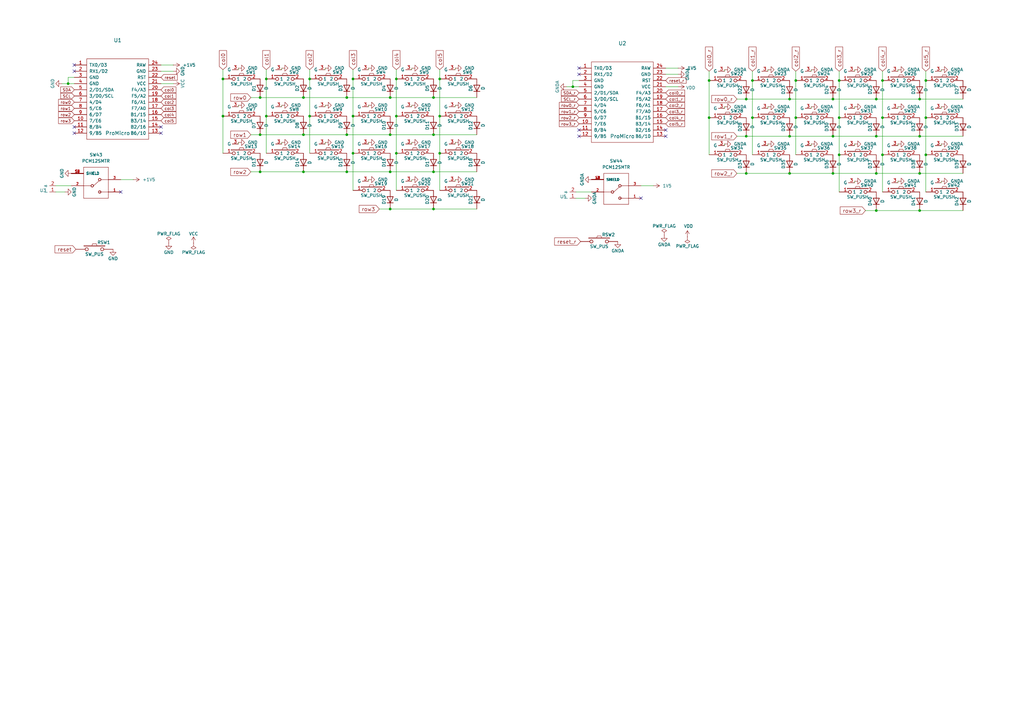
<source format=kicad_sch>
(kicad_sch (version 20250114) (generator "eeschema") (generator_version "9.0")
  (paper "A3")
  (title_block (title "Corne Cherry") (date "2020-09-28") (rev "3.0.1") (company "foostan"))
  (lib_symbols
    (symbol "1_sh1122:BAT"
      (property "Reference" "U" (at 0 0 0))
      (symbol "BAT_1_1"
        (pin input line (at 0 -1.27 0) (length 2.54) (name "-") (number "1"))
        (pin input line (at 0 -3.81 0) (length 2.54) (name "+") (number "2"))
      )
    )
    (symbol "1_sh1122:sw"
      (symbol "sw_0_1"
        (pin passive inverted (at -7.62 0 0) (length 5.08) (name "1") (number "1"))
        (pin passive inverted (at 7.62 0 180) (length 5.08) (name "2") (number "2"))
      )
      (symbol "sw_1_1"
        (pin passive line (at -1.27 3.81 180) (length 2.54) (name "G") (number "3"))
      )
    )
    (symbol "Device:D" (pin_numbers (hide yes)) (pin_names (offset 1.016) (hide yes))
      (property "Reference" "D" (at 0 2.54 0))
      (property "Value" "D" (at 0 -2.54 0))
      (symbol "D_1_1"
        (pin passive line (at -3.81 0 0) (length 2.54) (name "K") (number "1"))
        (pin passive line (at 3.81 0 180) (length 2.54) (name "A") (number "2"))
      )
    )
    (symbol "GND_1" (power) (pin_numbers (hide yes)) (pin_names (offset 0) (hide yes))
      (property "Value" "GND" (at 0 -3.81 0))
      (symbol "GND_1_1_1"
        (pin power_in line (at 0 0 270) (length 0) (name "~") (number "1"))
      )
    )
    (symbol "PCM12SMTR:PCM12SMTR" (pin_names (offset 1.016))
      (property "Reference" "SW" (at -5.0844 5.3386 0))
      (property "Value" "PCM12SMTR" (at -5.1814 -9.6619 0))
      (symbol "PCM12SMTR_0_0"
        (pin passive line (at -10.16 2.54 0) (length 5.08) (name "~") (number "1"))
        (pin passive line (at -10.16 -2.54 0) (length 5.08) (name "~") (number "3"))
        (pin passive line (at 10.16 0 180) (length 5.08) (name "~") (number "2"))
        (pin passive line (at 10.16 -5.08 180) (length 5.08) (name "SHIELD") (number "S1"))
        (pin passive line (at 10.16 -5.08 180) (length 5.08) (name "SHIELD") (number "S2"))
        (pin passive line (at 10.16 -5.08 180) (length 5.08) (name "SHIELD") (number "S3"))
        (pin passive line (at 10.16 -5.08 180) (length 5.08) (name "SHIELD") (number "S4"))
      )
    )
    (symbol "kbd:ProMicro" (pin_names (offset 1.016))
      (property "Reference" "U" (at 0 19.05 0))
      (property "Value" "ProMicro" (at 0 -19.05 0))
      (symbol "ProMicro_1_1"
        (pin bidirectional line (at -17.78 13.97 0) (length 5.08) (name "TX0/D3") (number "1"))
        (pin bidirectional line (at -17.78 11.43 0) (length 5.08) (name "RX1/D2") (number "2"))
        (pin power_in line (at -17.78 8.89 0) (length 5.08) (name "GND") (number "3"))
        (pin power_in line (at -17.78 6.35 0) (length 5.08) (name "GND") (number "4"))
        (pin bidirectional line (at -17.78 3.81 0) (length 5.08) (name "2/D1/SDA") (number "5"))
        (pin bidirectional line (at -17.78 1.27 0) (length 5.08) (name "3/D0/SCL") (number "6"))
        (pin bidirectional line (at -17.78 -1.27 0) (length 5.08) (name "4/D4") (number "7"))
        (pin bidirectional line (at -17.78 -3.81 0) (length 5.08) (name "5/C6") (number "8"))
        (pin bidirectional line (at -17.78 -6.35 0) (length 5.08) (name "6/D7") (number "9"))
        (pin bidirectional line (at -17.78 -8.89 0) (length 5.08) (name "7/E6") (number "10"))
        (pin bidirectional line (at -17.78 -11.43 0) (length 5.08) (name "8/B4") (number "11"))
        (pin bidirectional line (at -17.78 -13.97 0) (length 5.08) (name "9/B5") (number "12"))
        (pin power_out line (at 17.78 13.97 180) (length 5.08) (name "RAW") (number "24"))
        (pin power_in line (at 17.78 11.43 180) (length 5.08) (name "GND") (number "23"))
        (pin input line (at 17.78 8.89 180) (length 5.08) (name "RST") (number "22"))
        (pin power_in line (at 17.78 6.35 180) (length 5.08) (name "VCC") (number "21"))
        (pin bidirectional line (at 17.78 3.81 180) (length 5.08) (name "F4/A3") (number "20"))
        (pin bidirectional line (at 17.78 1.27 180) (length 5.08) (name "F5/A2") (number "19"))
        (pin bidirectional line (at 17.78 -1.27 180) (length 5.08) (name "F6/A1") (number "18"))
        (pin bidirectional line (at 17.78 -3.81 180) (length 5.08) (name "F7/A0") (number "17"))
        (pin bidirectional line (at 17.78 -6.35 180) (length 5.08) (name "B1/15") (number "16"))
        (pin bidirectional line (at 17.78 -8.89 180) (length 5.08) (name "B3/14") (number "15"))
        (pin bidirectional line (at 17.78 -11.43 180) (length 5.08) (name "B2/16") (number "14"))
        (pin bidirectional line (at 17.78 -13.97 180) (length 5.08) (name "B6/10") (number "13"))
      )
    )
    (symbol "kbd:SW_PUSH" (pin_numbers (hide yes)) (pin_names (offset 1.016) (hide yes))
      (property "Reference" "SW" (at 3.81 2.794 0))
      (property "Value" "SW_PUSH" (at 0 -2.032 0))
      (symbol "SW_PUSH_0_1"
        (pin passive inverted (at -7.62 0 0) (length 5.08) (name "1") (number "1"))
        (pin passive inverted (at 7.62 0 180) (length 5.08) (name "2") (number "2"))
      )
    )
    (symbol "power:+1V5" (power) (pin_numbers (hide yes)) (pin_names (offset 0) (hide yes))
      (property "Value" "+1V5" (at 0 3.556 0))
      (symbol "+1V5_1_1"
        (pin power_in line (at 0 0 90) (length 0) (name "~") (number "1"))
      )
    )
    (symbol "power:GND" (power) (pin_names (offset 0))
      (property "Value" "GND" (at 0 -3.81 0))
      (symbol "GND_1_1"
        (pin power_in line (at 0 0 270) (length 0) (hide yes) (name "GND") (number "1"))
      )
    )
    (symbol "power:GNDA" (power) (pin_names (offset 0))
      (property "Value" "GNDA" (at 0 -3.81 0))
      (symbol "GNDA_1_1"
        (pin power_in line (at 0 0 270) (length 0) (hide yes) (name "GNDA") (number "1"))
      )
    )
    (symbol "power:PWR_FLAG" (power) (pin_numbers (hide yes)) (pin_names (offset 0) (hide yes))
      (property "Value" "PWR_FLAG" (at 0 3.81 0))
      (symbol "PWR_FLAG_0_0"
        (pin power_out line (at 0 0 90) (length 0) (name "pwr") (number "1"))
      )
    )
    (symbol "power:VCC" (power) (pin_names (offset 0))
      (property "Value" "VCC" (at 0 3.81 0))
      (symbol "VCC_1_1"
        (pin power_in line (at 0 0 90) (length 0) (hide yes) (name "VCC") (number "1"))
      )
    )
    (symbol "power:VDD" (power) (pin_names (offset 0))
      (property "Value" "VDD" (at 0 3.81 0))
      (symbol "VDD_1_1"
        (pin power_in line (at 0 0 90) (length 0) (hide yes) (name "VDD") (number "1"))
      )
    )
  )
  (junction (at 142.24 40.005))
  (junction (at 127 47.625))
  (junction (at 359.41 55.88))
  (junction (at 160.02 70.485))
  (junction (at 341.63 71.12))
  (junction (at 306.07 71.12))
  (junction (at 162.56 62.865))
  (junction (at 306.07 40.64))
  (junction (at 377.19 55.88))
  (junction (at 177.8 55.245))
  (junction (at 177.8 40.005))
  (junction (at 27.94 34.29))
  (junction (at 326.39 48.26))
  (junction (at 379.73 63.5))
  (junction (at 290.83 33.02))
  (junction (at 308.61 48.26))
  (junction (at 142.24 70.485))
  (junction (at 177.8 70.485))
  (junction (at 377.19 40.64))
  (junction (at 109.22 47.625))
  (junction (at 344.17 33.02))
  (junction (at 323.85 71.12))
  (junction (at 160.02 40.005))
  (junction (at 290.83 48.26))
  (junction (at 234.95 35.56))
  (junction (at 180.34 32.385))
  (junction (at 106.68 70.485))
  (junction (at 359.41 71.12))
  (junction (at 344.17 63.5))
  (junction (at 308.61 33.02))
  (junction (at 160.02 85.725))
  (junction (at 359.41 86.36))
  (junction (at 160.02 55.245))
  (junction (at 361.95 63.5))
  (junction (at 144.78 47.625))
  (junction (at 144.78 32.385))
  (junction (at 106.68 55.245))
  (junction (at 377.19 86.36))
  (junction (at 106.68 40.005))
  (junction (at 323.85 40.64))
  (junction (at 144.78 62.865))
  (junction (at 162.56 32.385))
  (junction (at 323.85 55.88))
  (junction (at 361.95 48.26))
  (junction (at 180.34 47.625))
  (junction (at 109.22 32.385))
  (junction (at 127 32.385))
  (junction (at 91.44 47.625))
  (junction (at 177.8 85.725))
  (junction (at 124.46 55.245))
  (junction (at 341.63 55.88))
  (junction (at 341.63 40.64))
  (junction (at 379.73 33.02))
  (junction (at 377.19 71.12))
  (junction (at 361.95 33.02))
  (junction (at 91.44 32.385))
  (junction (at 306.07 55.88))
  (junction (at 142.24 55.245))
  (junction (at 344.17 48.26))
  (junction (at 326.39 33.02))
  (junction (at 162.56 47.625))
  (junction (at 124.46 70.485))
  (junction (at 180.34 62.865))
  (junction (at 124.46 40.005))
  (junction (at 359.41 40.64))
  (junction (at 379.73 48.26))
  (no_connect (at 66.04 54.61))
  (no_connect (at 66.04 52.07))
  (no_connect (at 237.49 55.88))
  (no_connect (at 30.48 29.21))
  (no_connect (at 30.48 26.67))
  (no_connect (at 237.49 53.34))
  (no_connect (at 273.05 53.34))
  (no_connect (at 262.89 81.28))
  (no_connect (at 237.49 27.94))
  (no_connect (at 49.53 78.74))
  (no_connect (at 30.48 54.61))
  (no_connect (at 237.49 30.48))
  (no_connect (at 30.48 52.07))
  (no_connect (at 273.05 55.88))
  (wire (pts (xy 368.3 74.295) (xy 368.3 74.93)))
  (wire (pts (xy 308.61 48.26) (xy 308.61 63.5)))
  (wire (pts (xy 91.44 28.575) (xy 91.44 32.385)))
  (wire (pts (xy 290.83 29.21) (xy 290.83 33.02)))
  (wire (pts (xy 106.68 40.005) (xy 124.46 40.005)))
  (wire (pts (xy 177.8 55.245) (xy 195.58 55.245)))
  (wire (pts (xy 297.18 28.575) (xy 297.18 29.21)))
  (wire (pts (xy 133.35 58.42) (xy 133.35 59.055)))
  (wire (pts (xy 168.91 73.66) (xy 168.91 74.295)))
  (wire (pts (xy 91.44 32.385) (xy 91.44 47.625)))
  (wire (pts (xy 306.07 71.12) (xy 323.85 71.12)))
  (wire (pts (xy 97.79 27.94) (xy 97.79 28.575)))
  (wire (pts (xy 162.56 62.865) (xy 162.56 78.105)))
  (wire (pts (xy 162.56 32.385) (xy 162.56 47.625)))
  (wire (pts (xy 386.08 28.575) (xy 386.08 29.21)))
  (wire (pts (xy 306.07 55.88) (xy 323.85 55.88)))
  (wire (pts (xy 377.19 55.88) (xy 394.97 55.88)))
  (wire (pts (xy 177.8 85.725) (xy 195.58 85.725)))
  (wire (pts (xy 314.96 28.575) (xy 314.96 29.21)))
  (wire (pts (xy 350.52 43.815) (xy 350.52 44.45)))
  (wire (pts (xy 124.46 70.485) (xy 142.24 70.485)))
  (wire (pts (xy 106.68 70.485) (xy 124.46 70.485)))
  (wire (pts (xy 377.19 86.36) (xy 394.97 86.36)))
  (wire (pts (xy 379.73 63.5) (xy 379.73 78.74)))
  (wire (pts (xy 332.74 43.815) (xy 332.74 44.45)))
  (wire (pts (xy 144.78 62.865) (xy 144.78 78.105)))
  (wire (pts (xy 133.35 43.18) (xy 133.35 43.815)))
  (wire (pts (xy 30.48 31.75) (xy 27.94 31.75)))
  (wire (pts (xy 22.86 78.74) (xy 26.67 78.74)))
  (wire (pts (xy 168.91 58.42) (xy 168.91 59.055)))
  (wire (pts (xy 151.13 43.18) (xy 151.13 43.815)))
  (wire (pts (xy 297.18 59.055) (xy 297.18 59.69)))
  (wire (pts (xy 326.39 29.21) (xy 326.39 33.02)))
  (wire (pts (xy 377.19 40.64) (xy 394.97 40.64)))
  (wire (pts (xy 127 32.385) (xy 127 47.625)))
  (wire (pts (xy 102.87 40.005) (xy 106.68 40.005)))
  (wire (pts (xy 177.8 70.485) (xy 195.58 70.485)))
  (wire (pts (xy 151.13 58.42) (xy 151.13 59.055)))
  (wire (pts (xy 25.4 34.29) (xy 27.94 34.29)))
  (wire (pts (xy 124.46 55.245) (xy 142.24 55.245)))
  (wire (pts (xy 180.34 47.625) (xy 180.34 62.865)))
  (wire (pts (xy 237.49 33.02) (xy 234.95 33.02)))
  (wire (pts (xy 332.74 59.055) (xy 332.74 59.69)))
  (wire (pts (xy 386.08 74.295) (xy 386.08 74.93)))
  (wire (pts (xy 97.79 43.18) (xy 97.79 43.815)))
  (wire (pts (xy 66.04 29.21) (xy 71.12 29.21)))
  (wire (pts (xy 27.94 31.75) (xy 27.94 34.29)))
  (wire (pts (xy 302.26 55.88) (xy 306.07 55.88)))
  (wire (pts (xy 341.63 40.64) (xy 359.41 40.64)))
  (wire (pts (xy 91.44 47.625) (xy 91.44 62.865)))
  (wire (pts (xy 359.41 71.12) (xy 377.19 71.12)))
  (wire (pts (xy 302.26 40.64) (xy 306.07 40.64)))
  (wire (pts (xy 144.78 28.575) (xy 144.78 32.385)))
  (wire (pts (xy 186.69 27.94) (xy 186.69 28.575)))
  (wire (pts (xy 361.95 33.02) (xy 361.95 48.26)))
  (wire (pts (xy 155.575 85.725) (xy 160.02 85.725)))
  (wire (pts (xy 109.22 47.625) (xy 109.22 62.865)))
  (wire (pts (xy 124.46 40.005) (xy 142.24 40.005)))
  (wire (pts (xy 160.02 40.005) (xy 177.8 40.005)))
  (wire (pts (xy 273.05 30.48) (xy 278.13 30.48)))
  (wire (pts (xy 186.69 58.42) (xy 186.69 59.055)))
  (wire (pts (xy 344.17 29.21) (xy 344.17 33.02)))
  (wire (pts (xy 290.83 33.02) (xy 290.83 48.26)))
  (wire (pts (xy 368.3 43.815) (xy 368.3 44.45)))
  (wire (pts (xy 326.39 48.26) (xy 326.39 63.5)))
  (wire (pts (xy 168.91 27.94) (xy 168.91 28.575)))
  (wire (pts (xy 306.07 40.64) (xy 323.85 40.64)))
  (wire (pts (xy 308.61 29.21) (xy 308.61 33.02)))
  (wire (pts (xy 314.96 43.815) (xy 314.96 44.45)))
  (wire (pts (xy 350.52 59.055) (xy 350.52 59.69)))
  (wire (pts (xy 386.08 43.815) (xy 386.08 44.45)))
  (wire (pts (xy 344.17 63.5) (xy 344.17 78.74)))
  (wire (pts (xy 186.69 43.18) (xy 186.69 43.815)))
  (wire (pts (xy 273.05 27.94) (xy 278.13 27.94)))
  (wire (pts (xy 160.02 85.725) (xy 177.8 85.725)))
  (wire (pts (xy 115.57 58.42) (xy 115.57 59.055)))
  (wire (pts (xy 323.85 71.12) (xy 341.63 71.12)))
  (wire (pts (xy 177.8 40.005) (xy 195.58 40.005)))
  (wire (pts (xy 144.78 32.385) (xy 144.78 47.625)))
  (wire (pts (xy 359.41 55.88) (xy 377.19 55.88)))
  (wire (pts (xy 106.68 55.245) (xy 124.46 55.245)))
  (wire (pts (xy 151.13 73.66) (xy 151.13 74.295)))
  (wire (pts (xy 236.22 78.74) (xy 242.57 78.74)))
  (wire (pts (xy 97.79 58.42) (xy 97.79 59.055)))
  (wire (pts (xy 314.96 59.055) (xy 314.96 59.69)))
  (wire (pts (xy 368.3 28.575) (xy 368.3 29.21)))
  (wire (pts (xy 308.61 33.02) (xy 308.61 48.26)))
  (wire (pts (xy 361.95 63.5) (xy 361.95 78.74)))
  (wire (pts (xy 109.22 32.385) (xy 109.22 47.625)))
  (wire (pts (xy 359.41 40.64) (xy 377.19 40.64)))
  (wire (pts (xy 368.3 59.055) (xy 368.3 59.69)))
  (wire (pts (xy 168.91 43.18) (xy 168.91 43.815)))
  (wire (pts (xy 115.57 43.18) (xy 115.57 43.815)))
  (wire (pts (xy 151.13 27.94) (xy 151.13 28.575)))
  (wire (pts (xy 109.22 28.575) (xy 109.22 32.385)))
  (wire (pts (xy 379.73 29.21) (xy 379.73 33.02)))
  (wire (pts (xy 236.22 81.28) (xy 240.03 81.28)))
  (wire (pts (xy 359.41 86.36) (xy 377.19 86.36)))
  (wire (pts (xy 341.63 55.88) (xy 359.41 55.88)))
  (wire (pts (xy 234.95 35.56) (xy 237.49 35.56)))
  (wire (pts (xy 127 47.625) (xy 127 62.865)))
  (wire (pts (xy 66.04 26.67) (xy 71.12 26.67)))
  (wire (pts (xy 142.24 40.005) (xy 160.02 40.005)))
  (wire (pts (xy 344.17 48.26) (xy 344.17 63.5)))
  (wire (pts (xy 379.73 48.26) (xy 379.73 63.5)))
  (wire (pts (xy 273.05 35.56) (xy 278.13 35.56)))
  (wire (pts (xy 344.17 33.02) (xy 344.17 48.26)))
  (wire (pts (xy 66.04 34.29) (xy 71.12 34.29)))
  (wire (pts (xy 144.78 47.625) (xy 144.78 62.865)))
  (wire (pts (xy 323.85 55.88) (xy 341.63 55.88)))
  (wire (pts (xy 341.63 71.12) (xy 359.41 71.12)))
  (wire (pts (xy 186.69 73.66) (xy 186.69 74.295)))
  (wire (pts (xy 162.56 28.575) (xy 162.56 32.385)))
  (wire (pts (xy 102.87 70.485) (xy 106.68 70.485)))
  (wire (pts (xy 379.73 33.02) (xy 379.73 48.26)))
  (wire (pts (xy 302.26 71.12) (xy 306.07 71.12)))
  (wire (pts (xy 160.02 70.485) (xy 177.8 70.485)))
  (wire (pts (xy 361.95 48.26) (xy 361.95 63.5)))
  (wire (pts (xy 133.35 27.94) (xy 133.35 28.575)))
  (wire (pts (xy 142.24 70.485) (xy 160.02 70.485)))
  (wire (pts (xy 377.19 71.12) (xy 394.97 71.12)))
  (wire (pts (xy 102.87 55.245) (xy 106.68 55.245)))
  (wire (pts (xy 361.95 29.21) (xy 361.95 33.02)))
  (wire (pts (xy 350.52 74.295) (xy 350.52 74.93)))
  (wire (pts (xy 232.41 35.56) (xy 234.95 35.56)))
  (wire (pts (xy 127 28.575) (xy 127 32.385)))
  (wire (pts (xy 332.74 28.575) (xy 332.74 29.21)))
  (wire (pts (xy 354.965 86.36) (xy 359.41 86.36)))
  (wire (pts (xy 386.08 59.055) (xy 386.08 59.69)))
  (wire (pts (xy 115.57 27.94) (xy 115.57 28.575)))
  (wire (pts (xy 180.34 32.385) (xy 180.34 47.625)))
  (wire (pts (xy 162.56 47.625) (xy 162.56 62.865)))
  (wire (pts (xy 49.53 73.66) (xy 54.61 73.66)))
  (wire (pts (xy 326.39 33.02) (xy 326.39 48.26)))
  (wire (pts (xy 262.89 76.2) (xy 267.97 76.2)))
  (wire (pts (xy 27.94 34.29) (xy 30.48 34.29)))
  (wire (pts (xy 350.52 28.575) (xy 350.52 29.21)))
  (wire (pts (xy 142.24 55.245) (xy 160.02 55.245)))
  (wire (pts (xy 290.83 48.26) (xy 290.83 63.5)))
  (wire (pts (xy 160.02 55.245) (xy 177.8 55.245)))
  (wire (pts (xy 180.34 62.865) (xy 180.34 78.105)))
  (wire (pts (xy 297.18 43.815) (xy 297.18 44.45)))
  (wire (pts (xy 22.86 76.2) (xy 29.21 76.2)))
  (wire (pts (xy 323.85 40.64) (xy 341.63 40.64)))
  (wire (pts (xy 234.95 33.02) (xy 234.95 35.56)))
  (wire (pts (xy 180.34 28.575) (xy 180.34 32.385)))
  (global_label "col4" (shape input) (at 66.04 46.99 0) (effects (font (size 1.1938 1.1938))) (property "Intersheetrefs" "${INTERSHEET_REFS}" (effects (hide yes))))
  (global_label "row3_r" (shape input) (at 354.965 86.36 180) (effects (font (size 1.524 1.524))) (property "Intersheetrefs" "${INTERSHEET_REFS}" (effects (hide yes))))
  (global_label "col5_r" (shape input) (at 273.05 50.8 0) (effects (font (size 1.1938 1.1938))) (property "Intersheetrefs" "${INTERSHEET_REFS}" (effects (hide yes))))
  (global_label "col0" (shape input) (at 91.44 28.575 90) (effects (font (size 1.524 1.524))) (property "Intersheetrefs" "${INTERSHEET_REFS}" (effects (hide yes))))
  (global_label "reset" (shape input) (at 31.115 102.235 180) (effects (font (size 1.524 1.524))) (property "Intersheetrefs" "${INTERSHEET_REFS}" (effects (hide yes))))
  (global_label "col1" (shape input) (at 109.22 28.575 90) (effects (font (size 1.524 1.524))) (property "Intersheetrefs" "${INTERSHEET_REFS}" (effects (hide yes))))
  (global_label "row0" (shape input) (at 102.87 40.005 180) (effects (font (size 1.524 1.524))) (property "Intersheetrefs" "${INTERSHEET_REFS}" (effects (hide yes))))
  (global_label "col2_r" (shape input) (at 273.05 43.18 0) (effects (font (size 1.1938 1.1938))) (property "Intersheetrefs" "${INTERSHEET_REFS}" (effects (hide yes))))
  (global_label "row1_r" (shape input) (at 302.26 55.88 180) (effects (font (size 1.524 1.524))) (property "Intersheetrefs" "${INTERSHEET_REFS}" (effects (hide yes))))
  (global_label "col5" (shape input) (at 66.04 49.53 0) (effects (font (size 1.1938 1.1938))) (property "Intersheetrefs" "${INTERSHEET_REFS}" (effects (hide yes))))
  (global_label "col3" (shape input) (at 66.04 44.45 0) (effects (font (size 1.1938 1.1938))) (property "Intersheetrefs" "${INTERSHEET_REFS}" (effects (hide yes))))
  (global_label "row2" (shape input) (at 102.87 70.485 180) (effects (font (size 1.524 1.524))) (property "Intersheetrefs" "${INTERSHEET_REFS}" (effects (hide yes))))
  (global_label "col1" (shape input) (at 66.04 39.37 0) (effects (font (size 1.1938 1.1938))) (property "Intersheetrefs" "${INTERSHEET_REFS}" (effects (hide yes))))
  (global_label "row1" (shape input) (at 102.87 55.245 180) (effects (font (size 1.524 1.524))) (property "Intersheetrefs" "${INTERSHEET_REFS}" (effects (hide yes))))
  (global_label "col3_r" (shape input) (at 273.05 45.72 0) (effects (font (size 1.1938 1.1938))) (property "Intersheetrefs" "${INTERSHEET_REFS}" (effects (hide yes))))
  (global_label "reset" (shape input) (at 66.04 31.75 0) (effects (font (size 1.1938 1.1938))) (property "Intersheetrefs" "${INTERSHEET_REFS}" (effects (hide yes))))
  (global_label "col2" (shape input) (at 127 28.575 90) (effects (font (size 1.524 1.524))) (property "Intersheetrefs" "${INTERSHEET_REFS}" (effects (hide yes))))
  (global_label "SCL_r" (shape input) (at 237.49 40.64 180) (effects (font (size 1.1938 1.1938))) (property "Intersheetrefs" "${INTERSHEET_REFS}" (effects (hide yes))))
  (global_label "row1_r" (shape input) (at 237.49 45.72 180) (effects (font (size 1.1938 1.1938))) (property "Intersheetrefs" "${INTERSHEET_REFS}" (effects (hide yes))))
  (global_label "row1" (shape input) (at 30.48 44.45 180) (effects (font (size 1.1938 1.1938))) (property "Intersheetrefs" "${INTERSHEET_REFS}" (effects (hide yes))))
  (global_label "col0_r" (shape input) (at 290.83 29.21 90) (effects (font (size 1.524 1.524))) (property "Intersheetrefs" "${INTERSHEET_REFS}" (effects (hide yes))))
  (global_label "row0_r" (shape input) (at 302.26 40.64 180) (effects (font (size 1.524 1.524))) (property "Intersheetrefs" "${INTERSHEET_REFS}" (effects (hide yes))))
  (global_label "row2" (shape input) (at 30.48 46.99 180) (effects (font (size 1.1938 1.1938))) (property "Intersheetrefs" "${INTERSHEET_REFS}" (effects (hide yes))))
  (global_label "row0" (shape input) (at 30.48 41.91 180) (effects (font (size 1.1938 1.1938))) (property "Intersheetrefs" "${INTERSHEET_REFS}" (effects (hide yes))))
  (global_label "col4_r" (shape input) (at 273.05 48.26 0) (effects (font (size 1.1938 1.1938))) (property "Intersheetrefs" "${INTERSHEET_REFS}" (effects (hide yes))))
  (global_label "col0_r" (shape input) (at 273.05 38.1 0) (effects (font (size 1.1938 1.1938))) (property "Intersheetrefs" "${INTERSHEET_REFS}" (effects (hide yes))))
  (global_label "col5_r" (shape input) (at 379.73 29.21 90) (effects (font (size 1.524 1.524))) (property "Intersheetrefs" "${INTERSHEET_REFS}" (effects (hide yes))))
  (global_label "col5" (shape input) (at 180.34 28.575 90) (effects (font (size 1.524 1.524))) (property "Intersheetrefs" "${INTERSHEET_REFS}" (effects (hide yes))))
  (global_label "SCL" (shape input) (at 30.48 39.37 180) (effects (font (size 1.1938 1.1938))) (property "Intersheetrefs" "${INTERSHEET_REFS}" (effects (hide yes))))
  (global_label "reset_r" (shape input) (at 238.125 99.06 180) (effects (font (size 1.524 1.524))) (property "Intersheetrefs" "${INTERSHEET_REFS}" (effects (hide yes))))
  (global_label "col1_r" (shape input) (at 273.05 40.64 0) (effects (font (size 1.1938 1.1938))) (property "Intersheetrefs" "${INTERSHEET_REFS}" (effects (hide yes))))
  (global_label "row3_r" (shape input) (at 237.49 50.8 180) (effects (font (size 1.1938 1.1938))) (property "Intersheetrefs" "${INTERSHEET_REFS}" (effects (hide yes))))
  (global_label "row3" (shape input) (at 155.575 85.725 180) (effects (font (size 1.524 1.524))) (property "Intersheetrefs" "${INTERSHEET_REFS}" (effects (hide yes))))
  (global_label "row0_r" (shape input) (at 237.49 43.18 180) (effects (font (size 1.1938 1.1938))) (property "Intersheetrefs" "${INTERSHEET_REFS}" (effects (hide yes))))
  (global_label "col4" (shape input) (at 162.56 28.575 90) (effects (font (size 1.524 1.524))) (property "Intersheetrefs" "${INTERSHEET_REFS}" (effects (hide yes))))
  (global_label "col4_r" (shape input) (at 361.95 29.21 90) (effects (font (size 1.524 1.524))) (property "Intersheetrefs" "${INTERSHEET_REFS}" (effects (hide yes))))
  (global_label "col1_r" (shape input) (at 308.61 29.21 90) (effects (font (size 1.524 1.524))) (property "Intersheetrefs" "${INTERSHEET_REFS}" (effects (hide yes))))
  (global_label "row2_r" (shape input) (at 302.26 71.12 180) (effects (font (size 1.524 1.524))) (property "Intersheetrefs" "${INTERSHEET_REFS}" (effects (hide yes))))
  (global_label "SDA_r" (shape input) (at 237.49 38.1 180) (effects (font (size 1.1938 1.1938))) (property "Intersheetrefs" "${INTERSHEET_REFS}" (effects (hide yes))))
  (global_label "col2" (shape input) (at 66.04 41.91 0) (effects (font (size 1.1938 1.1938))) (property "Intersheetrefs" "${INTERSHEET_REFS}" (effects (hide yes))))
  (global_label "SDA" (shape input) (at 30.48 36.83 180) (effects (font (size 1.1938 1.1938))) (property "Intersheetrefs" "${INTERSHEET_REFS}" (effects (hide yes))))
  (global_label "row2_r" (shape input) (at 237.49 48.26 180) (effects (font (size 1.1938 1.1938))) (property "Intersheetrefs" "${INTERSHEET_REFS}" (effects (hide yes))))
  (global_label "col2_r" (shape input) (at 326.39 29.21 90) (effects (font (size 1.524 1.524))) (property "Intersheetrefs" "${INTERSHEET_REFS}" (effects (hide yes))))
  (global_label "col0" (shape input) (at 66.04 36.83 0) (effects (font (size 1.1938 1.1938))) (property "Intersheetrefs" "${INTERSHEET_REFS}" (effects (hide yes))))
  (global_label "col3_r" (shape input) (at 344.17 29.21 90) (effects (font (size 1.524 1.524))) (property "Intersheetrefs" "${INTERSHEET_REFS}" (effects (hide yes))))
  (global_label "reset_r" (shape input) (at 273.05 33.02 0) (effects (font (size 1.1938 1.1938))) (property "Intersheetrefs" "${INTERSHEET_REFS}" (effects (hide yes))))
  (global_label "col3" (shape input) (at 144.78 28.575 90) (effects (font (size 1.524 1.524))) (property "Intersheetrefs" "${INTERSHEET_REFS}" (effects (hide yes))))
  (global_label "row3" (shape input) (at 30.48 49.53 180) (effects (font (size 1.1938 1.1938))) (property "Intersheetrefs" "${INTERSHEET_REFS}" (effects (hide yes))))
  (symbol (lib_id "kbd:ProMicro") (at 48.26 40.64 0) (unit 1)
    (property "Reference" "U1" (at 48.26 16.51 0) (effects (font (size 1.524 1.524))))
    (property "Value" "ProMicro" (at 48.26 54.61 0) (effects (font (size 1.524 1.524))))
    (property "Footprint" "kbd:ProMicro_v3" (effects (hide yes)))
  )
  (symbol (lib_id "1_sh1122:sw") (at 116.84 32.385 0) (unit 1)
    (property "Reference" "SW2" (at 120.65 29.591 0))
    (property "Value" "SW_PUSH" (at 116.84 34.417 0))
    (property "Footprint" "PG1316:CPG1316S01D02_kailhspecsheet_mikefive" (effects (hide yes)))
  )
  (symbol (lib_id "Device:D") (at 124.46 36.195 90) (unit 1)
    (property "Reference" "D2" (at 121.92 36.195 0))
    (property "Value" "D" (at 127 36.195 0))
    (property "Footprint" "kbd:D3_SMD_v2" (effects (hide yes)))
  )
  (symbol (lib_id "1_sh1122:sw") (at 134.62 32.385 0) (unit 1)
    (property "Reference" "SW3" (at 138.43 29.591 0))
    (property "Value" "SW_PUSH" (at 134.62 34.417 0))
    (property "Footprint" "PG1316:CPG1316S01D02_kailhspecsheet_mikefive" (effects (hide yes)))
  )
  (symbol (lib_id "Device:D") (at 142.24 36.195 90) (unit 1)
    (property "Reference" "D3" (at 139.7 36.195 0))
    (property "Value" "D" (at 144.78 36.195 0))
    (property "Footprint" "kbd:D3_SMD_v2" (effects (hide yes)))
  )
  (symbol (lib_id "1_sh1122:sw") (at 152.4 32.385 0) (unit 1)
    (property "Reference" "SW4" (at 156.21 29.591 0))
    (property "Value" "SW_PUSH" (at 152.4 34.417 0))
    (property "Footprint" "PG1316:CPG1316S01D02_kailhspecsheet_mikefive" (effects (hide yes)))
  )
  (symbol (lib_id "1_sh1122:sw") (at 170.18 32.385 0) (unit 1)
    (property "Reference" "SW5" (at 173.99 29.591 0))
    (property "Value" "SW_PUSH" (at 170.18 34.417 0))
    (property "Footprint" "PG1316:CPG1316S01D02_kailhspecsheet_mikefive" (effects (hide yes)))
  )
  (symbol (lib_id "1_sh1122:sw") (at 187.96 32.385 0) (unit 1)
    (property "Reference" "SW6" (at 191.77 29.591 0))
    (property "Value" "SW_PUSH" (at 187.96 34.417 0))
    (property "Footprint" "PG1316:CPG1316S01D02_kailhspecsheet_mikefive" (effects (hide yes)))
  )
  (symbol (lib_id "Device:D") (at 160.02 36.195 90) (unit 1)
    (property "Reference" "D4" (at 157.48 36.195 0))
    (property "Value" "D" (at 162.56 36.195 0))
    (property "Footprint" "kbd:D3_SMD_v2" (effects (hide yes)))
  )
  (symbol (lib_id "Device:D") (at 177.8 36.195 90) (unit 1)
    (property "Reference" "D5" (at 175.26 36.195 0))
    (property "Value" "D" (at 180.34 36.195 0))
    (property "Footprint" "kbd:D3_SMD_v2" (effects (hide yes)))
  )
  (symbol (lib_id "Device:D") (at 195.58 36.195 90) (unit 1)
    (property "Reference" "D6" (at 193.04 36.195 0))
    (property "Value" "D" (at 198.12 36.195 0))
    (property "Footprint" "kbd:D3_SMD_v2" (effects (hide yes)))
  )
  (symbol (lib_id "1_sh1122:sw") (at 99.06 32.385 0) (unit 1)
    (property "Reference" "SW1" (at 102.87 29.591 0))
    (property "Value" "SW_PUSH" (at 99.06 34.417 0))
    (property "Footprint" "PG1316:CPG1316S01D02_kailhspecsheet_mikefive" (effects (hide yes)))
  )
  (symbol (lib_id "Device:D") (at 106.68 36.195 90) (unit 1)
    (property "Reference" "D1" (at 104.14 36.195 0))
    (property "Value" "D" (at 109.22 36.195 0))
    (property "Footprint" "kbd:D3_SMD_v2" (effects (hide yes)))
  )
  (symbol (lib_id "1_sh1122:sw") (at 116.84 47.625 0) (unit 1)
    (property "Reference" "SW8" (at 120.65 44.831 0))
    (property "Value" "SW_PUSH" (at 116.84 49.657 0))
    (property "Footprint" "PG1316:CPG1316S01D02_kailhspecsheet_mikefive" (effects (hide yes)))
  )
  (symbol (lib_id "Device:D") (at 124.46 51.435 90) (unit 1)
    (property "Reference" "D8" (at 121.92 51.435 0))
    (property "Value" "D" (at 127 51.435 0))
    (property "Footprint" "kbd:D3_SMD_v2" (effects (hide yes)))
  )
  (symbol (lib_id "1_sh1122:sw") (at 134.62 47.625 0) (unit 1)
    (property "Reference" "SW9" (at 138.43 44.831 0))
    (property "Value" "SW_PUSH" (at 134.62 49.657 0))
    (property "Footprint" "PG1316:CPG1316S01D02_kailhspecsheet_mikefive" (effects (hide yes)))
  )
  (symbol (lib_id "Device:D") (at 142.24 51.435 90) (unit 1)
    (property "Reference" "D9" (at 139.7 51.435 0))
    (property "Value" "D" (at 144.78 51.435 0))
    (property "Footprint" "kbd:D3_SMD_v2" (effects (hide yes)))
  )
  (symbol (lib_id "1_sh1122:sw") (at 152.4 47.625 0) (unit 1)
    (property "Reference" "SW10" (at 156.21 44.831 0))
    (property "Value" "SW_PUSH" (at 152.4 49.657 0))
    (property "Footprint" "PG1316:CPG1316S01D02_kailhspecsheet_mikefive" (effects (hide yes)))
  )
  (symbol (lib_id "1_sh1122:sw") (at 170.18 47.625 0) (unit 1)
    (property "Reference" "SW11" (at 173.99 44.831 0))
    (property "Value" "SW_PUSH" (at 170.18 49.657 0))
    (property "Footprint" "PG1316:CPG1316S01D02_kailhspecsheet_mikefive" (effects (hide yes)))
  )
  (symbol (lib_id "1_sh1122:sw") (at 187.96 47.625 0) (unit 1)
    (property "Reference" "SW12" (at 191.77 44.831 0))
    (property "Value" "SW_PUSH" (at 187.96 49.657 0))
    (property "Footprint" "PG1316:CPG1316S01D02_kailhspecsheet_mikefive" (effects (hide yes)))
  )
  (symbol (lib_id "Device:D") (at 160.02 51.435 90) (unit 1)
    (property "Reference" "D10" (at 157.48 51.435 0))
    (property "Value" "D" (at 162.56 51.435 0))
    (property "Footprint" "kbd:D3_SMD_v2" (effects (hide yes)))
  )
  (symbol (lib_id "Device:D") (at 177.8 51.435 90) (unit 1)
    (property "Reference" "D11" (at 175.26 51.435 0))
    (property "Value" "D" (at 180.34 51.435 0))
    (property "Footprint" "kbd:D3_SMD_v2" (effects (hide yes)))
  )
  (symbol (lib_id "Device:D") (at 195.58 51.435 90) (unit 1)
    (property "Reference" "D12" (at 193.04 51.435 0))
    (property "Value" "D" (at 198.12 51.435 0))
    (property "Footprint" "kbd:D3_SMD_v2" (effects (hide yes)))
  )
  (symbol (lib_id "1_sh1122:sw") (at 99.06 47.625 0) (unit 1)
    (property "Reference" "SW7" (at 102.87 44.831 0))
    (property "Value" "SW_PUSH" (at 99.06 49.657 0))
    (property "Footprint" "PG1316:CPG1316S01D02_kailhspecsheet_mikefive" (effects (hide yes)))
  )
  (symbol (lib_id "Device:D") (at 106.68 51.435 90) (unit 1)
    (property "Reference" "D7" (at 104.14 51.435 0))
    (property "Value" "D" (at 109.22 51.435 0))
    (property "Footprint" "kbd:D3_SMD_v2" (effects (hide yes)))
  )
  (symbol (lib_id "1_sh1122:sw") (at 116.84 62.865 0) (unit 1)
    (property "Reference" "SW14" (at 120.65 60.071 0))
    (property "Value" "SW_PUSH" (at 116.84 64.897 0))
    (property "Footprint" "PG1316:CPG1316S01D02_kailhspecsheet_mikefive" (effects (hide yes)))
  )
  (symbol (lib_id "Device:D") (at 124.46 66.675 90) (unit 1)
    (property "Reference" "D14" (at 121.92 66.675 0))
    (property "Value" "D" (at 127 66.675 0))
    (property "Footprint" "kbd:D3_SMD_v2" (effects (hide yes)))
  )
  (symbol (lib_id "1_sh1122:sw") (at 134.62 62.865 0) (unit 1)
    (property "Reference" "SW15" (at 138.43 60.071 0))
    (property "Value" "SW_PUSH" (at 134.62 64.897 0))
    (property "Footprint" "PG1316:CPG1316S01D02_kailhspecsheet_mikefive" (effects (hide yes)))
  )
  (symbol (lib_id "Device:D") (at 142.24 66.675 90) (unit 1)
    (property "Reference" "D15" (at 139.7 66.675 0))
    (property "Value" "D" (at 144.78 66.675 0))
    (property "Footprint" "kbd:D3_SMD_v2" (effects (hide yes)))
  )
  (symbol (lib_id "1_sh1122:sw") (at 152.4 62.865 0) (unit 1)
    (property "Reference" "SW16" (at 156.21 60.071 0))
    (property "Value" "SW_PUSH" (at 152.4 64.897 0))
    (property "Footprint" "PG1316:CPG1316S01D02_kailhspecsheet_mikefive" (effects (hide yes)))
  )
  (symbol (lib_id "1_sh1122:sw") (at 170.18 62.865 0) (unit 1)
    (property "Reference" "SW17" (at 173.99 60.071 0))
    (property "Value" "SW_PUSH" (at 170.18 64.897 0))
    (property "Footprint" "PG1316:CPG1316S01D02_kailhspecsheet_mikefive" (effects (hide yes)))
  )
  (symbol (lib_id "1_sh1122:sw") (at 187.96 62.865 0) (unit 1)
    (property "Reference" "SW18" (at 191.77 60.071 0))
    (property "Value" "SW_PUSH" (at 187.96 64.897 0))
    (property "Footprint" "PG1316:CPG1316S01D02_kailhspecsheet_mikefive" (effects (hide yes)))
  )
  (symbol (lib_id "Device:D") (at 160.02 66.675 90) (unit 1)
    (property "Reference" "D16" (at 157.48 66.675 0))
    (property "Value" "D" (at 162.56 66.675 0))
    (property "Footprint" "kbd:D3_SMD_v2" (effects (hide yes)))
  )
  (symbol (lib_id "Device:D") (at 177.8 66.675 90) (unit 1)
    (property "Reference" "D17" (at 175.26 66.675 0))
    (property "Value" "D" (at 180.34 66.675 0))
    (property "Footprint" "kbd:D3_SMD_v2" (effects (hide yes)))
  )
  (symbol (lib_id "Device:D") (at 195.58 66.675 90) (unit 1)
    (property "Reference" "D18" (at 193.04 66.675 0))
    (property "Value" "D" (at 198.12 66.675 0))
    (property "Footprint" "kbd:D3_SMD_v2" (effects (hide yes)))
  )
  (symbol (lib_id "1_sh1122:sw") (at 99.06 62.865 0) (unit 1)
    (property "Reference" "SW13" (at 102.87 60.071 0))
    (property "Value" "SW_PUSH" (at 99.06 64.897 0))
    (property "Footprint" "PG1316:CPG1316S01D02_kailhspecsheet_mikefive" (effects (hide yes)))
  )
  (symbol (lib_id "Device:D") (at 106.68 66.675 90) (unit 1)
    (property "Reference" "D13" (at 104.14 66.675 0))
    (property "Value" "D" (at 109.22 66.675 0))
    (property "Footprint" "kbd:D3_SMD_v2" (effects (hide yes)))
  )
  (symbol (lib_id "1_sh1122:sw") (at 170.18 78.105 0) (unit 1)
    (property "Reference" "SW20" (at 173.99 75.311 0))
    (property "Value" "SW_PUSH" (at 170.18 80.137 0))
    (property "Footprint" "PG1316:CPG1316S01D02_kailhspecsheet_mikefive" (effects (hide yes)))
  )
  (symbol (lib_id "Device:D") (at 177.8 81.915 90) (unit 1)
    (property "Reference" "D20" (at 175.26 81.915 0))
    (property "Value" "D" (at 180.34 81.915 0))
    (property "Footprint" "kbd:D3_SMD_v2" (effects (hide yes)))
  )
  (symbol (lib_id "1_sh1122:sw") (at 187.96 78.105 0) (unit 1)
    (property "Reference" "SW21" (at 191.77 75.311 0))
    (property "Value" "SW_PUSH" (at 187.96 80.137 0))
    (property "Footprint" "PG1316:CPG1316S01D02_kailhspecsheet_mikefive" (effects (hide yes)))
  )
  (symbol (lib_id "Device:D") (at 195.58 81.915 90) (unit 1)
    (property "Reference" "D21" (at 193.04 81.915 0))
    (property "Value" "D" (at 198.12 81.915 0))
    (property "Footprint" "kbd:D3_SMD_v2" (effects (hide yes)))
  )
  (symbol (lib_id "1_sh1122:sw") (at 152.4 78.105 0) (unit 1)
    (property "Reference" "SW19" (at 156.21 75.311 0))
    (property "Value" "SW_PUSH" (at 152.4 80.137 0))
    (property "Footprint" "PG1316:CPG1316S01D02_kailhspecsheet_mikefive" (effects (hide yes)))
  )
  (symbol (lib_id "Device:D") (at 160.02 81.915 90) (unit 1)
    (property "Reference" "D19" (at 157.48 81.915 0))
    (property "Value" "D" (at 162.56 81.915 0))
    (property "Footprint" "kbd:D3_SMD_v2" (effects (hide yes)))
  )
  (symbol (lib_id "power:GND") (at 71.12 29.21 90) (unit 1)
    (property "Reference" "#PWR07" (effects (hide yes)))
    (property "Value" "GND" (at 74.93 29.21 0))
  )
  (symbol (lib_id "power:VCC") (at 71.12 34.29 270) (unit 1)
    (property "Reference" "#PWR09" (effects (hide yes)))
    (property "Value" "VCC" (at 74.93 34.29 0))
  )
  (symbol (lib_id "power:GND") (at 25.4 34.29 270) (unit 1)
    (property "Reference" "#PWR08" (effects (hide yes)))
    (property "Value" "GND" (at 21.59 34.29 0))
  )
  (symbol (lib_id "power:GND") (at 69.215 99.695 0) (unit 1)
    (property "Reference" "#PWR04" (effects (hide yes)))
    (property "Value" "GND" (at 69.215 103.505 0))
  )
  (symbol (lib_id "power:VCC") (at 79.375 99.695 0) (unit 1)
    (property "Reference" "#PWR05" (effects (hide yes)))
    (property "Value" "VCC" (at 79.375 95.885 0))
  )
  (symbol (lib_id "power:PWR_FLAG") (at 79.375 99.695 180) (unit 1)
    (property "Reference" "#FLG02" (effects (hide yes)))
    (property "Value" "PWR_FLAG" (at 79.375 103.505 0))
  )
  (symbol (lib_id "power:PWR_FLAG") (at 69.215 99.695 0) (unit 1)
    (property "Reference" "#FLG01" (effects (hide yes)))
    (property "Value" "PWR_FLAG" (at 69.215 95.885 0))
  )
  (symbol (lib_id "kbd:SW_PUSH") (at 38.735 102.235 0) (unit 1)
    (property "Reference" "RSW1" (at 42.545 99.441 0))
    (property "Value" "SW_PUS" (at 38.735 104.267 0))
    (property "Footprint" "kbd:ResetSW_1side" (effects (hide yes)))
  )
  (symbol (lib_id "power:GND") (at 46.355 102.235 0) (unit 1)
    (property "Reference" "#PWR06" (effects (hide yes)))
    (property "Value" "GND" (at 46.355 106.045 0))
  )
  (symbol (lib_id "kbd:ProMicro") (at 255.27 41.91 0) (unit 1)
    (property "Reference" "U2" (at 255.27 17.78 0) (effects (font (size 1.524 1.524))))
    (property "Value" "ProMicro" (at 255.27 55.88 0) (effects (font (size 1.524 1.524))))
    (property "Footprint" "kbd:ProMicro_v3" (effects (hide yes)))
  )
  (symbol (lib_id "1_sh1122:sw") (at 316.23 33.02 0) (unit 1)
    (property "Reference" "SW23" (at 320.04 30.226 0))
    (property "Value" "SW_PUSH" (at 316.23 35.052 0))
    (property "Footprint" "PG1316:CPG1316S01D02_kailhspecsheet_mikefive" (effects (hide yes)))
  )
  (symbol (lib_id "Device:D") (at 323.85 36.83 90) (unit 1)
    (property "Reference" "D23" (at 321.31 36.83 0))
    (property "Value" "D" (at 326.39 36.83 0))
    (property "Footprint" "kbd:D3_SMD_v2" (effects (hide yes)))
  )
  (symbol (lib_id "1_sh1122:sw") (at 334.01 33.02 0) (unit 1)
    (property "Reference" "SW24" (at 337.82 30.226 0))
    (property "Value" "SW_PUSH" (at 334.01 35.052 0))
    (property "Footprint" "PG1316:CPG1316S01D02_kailhspecsheet_mikefive" (effects (hide yes)))
  )
  (symbol (lib_id "Device:D") (at 341.63 36.83 90) (unit 1)
    (property "Reference" "D24" (at 339.09 36.83 0))
    (property "Value" "D" (at 344.17 36.83 0))
    (property "Footprint" "kbd:D3_SMD_v2" (effects (hide yes)))
  )
  (symbol (lib_id "1_sh1122:sw") (at 351.79 33.02 0) (unit 1)
    (property "Reference" "SW25" (at 355.6 30.226 0))
    (property "Value" "SW_PUSH" (at 351.79 35.052 0))
    (property "Footprint" "PG1316:CPG1316S01D02_kailhspecsheet_mikefive" (effects (hide yes)))
  )
  (symbol (lib_id "1_sh1122:sw") (at 369.57 33.02 0) (unit 1)
    (property "Reference" "SW26" (at 373.38 30.226 0))
    (property "Value" "SW_PUSH" (at 369.57 35.052 0))
    (property "Footprint" "PG1316:CPG1316S01D02_kailhspecsheet_mikefive" (effects (hide yes)))
  )
  (symbol (lib_id "1_sh1122:sw") (at 387.35 33.02 0) (unit 1)
    (property "Reference" "SW27" (at 391.16 30.226 0))
    (property "Value" "SW_PUSH" (at 387.35 35.052 0))
    (property "Footprint" "PG1316:CPG1316S01D02_kailhspecsheet_mikefive" (effects (hide yes)))
  )
  (symbol (lib_id "Device:D") (at 359.41 36.83 90) (unit 1)
    (property "Reference" "D25" (at 356.87 36.83 0))
    (property "Value" "D" (at 361.95 36.83 0))
    (property "Footprint" "kbd:D3_SMD_v2" (effects (hide yes)))
  )
  (symbol (lib_id "Device:D") (at 377.19 36.83 90) (unit 1)
    (property "Reference" "D26" (at 374.65 36.83 0))
    (property "Value" "D" (at 379.73 36.83 0))
    (property "Footprint" "kbd:D3_SMD_v2" (effects (hide yes)))
  )
  (symbol (lib_id "Device:D") (at 394.97 36.83 90) (unit 1)
    (property "Reference" "D27" (at 392.43 36.83 0))
    (property "Value" "D" (at 397.51 36.83 0))
    (property "Footprint" "kbd:D3_SMD_v2" (effects (hide yes)))
  )
  (symbol (lib_id "1_sh1122:sw") (at 298.45 33.02 0) (unit 1)
    (property "Reference" "SW22" (at 302.26 30.226 0))
    (property "Value" "SW_PUSH" (at 298.45 35.052 0))
    (property "Footprint" "PG1316:CPG1316S01D02_kailhspecsheet_mikefive" (effects (hide yes)))
  )
  (symbol (lib_id "Device:D") (at 306.07 36.83 90) (unit 1)
    (property "Reference" "D22" (at 303.53 36.83 0))
    (property "Value" "D" (at 308.61 36.83 0))
    (property "Footprint" "kbd:D3_SMD_v2" (effects (hide yes)))
  )
  (symbol (lib_id "1_sh1122:sw") (at 316.23 48.26 0) (unit 1)
    (property "Reference" "SW29" (at 320.04 45.466 0))
    (property "Value" "SW_PUSH" (at 316.23 50.292 0))
    (property "Footprint" "PG1316:CPG1316S01D02_kailhspecsheet_mikefive" (effects (hide yes)))
  )
  (symbol (lib_id "Device:D") (at 323.85 52.07 90) (unit 1)
    (property "Reference" "D29" (at 321.31 52.07 0))
    (property "Value" "D" (at 326.39 52.07 0))
    (property "Footprint" "kbd:D3_SMD_v2" (effects (hide yes)))
  )
  (symbol (lib_id "1_sh1122:sw") (at 334.01 48.26 0) (unit 1)
    (property "Reference" "SW30" (at 337.82 45.466 0))
    (property "Value" "SW_PUSH" (at 334.01 50.292 0))
    (property "Footprint" "PG1316:CPG1316S01D02_kailhspecsheet_mikefive" (effects (hide yes)))
  )
  (symbol (lib_id "Device:D") (at 341.63 52.07 90) (unit 1)
    (property "Reference" "D30" (at 339.09 52.07 0))
    (property "Value" "D" (at 344.17 52.07 0))
    (property "Footprint" "kbd:D3_SMD_v2" (effects (hide yes)))
  )
  (symbol (lib_id "1_sh1122:sw") (at 351.79 48.26 0) (unit 1)
    (property "Reference" "SW31" (at 355.6 45.466 0))
    (property "Value" "SW_PUSH" (at 351.79 50.292 0))
    (property "Footprint" "PG1316:CPG1316S01D02_kailhspecsheet_mikefive" (effects (hide yes)))
  )
  (symbol (lib_id "1_sh1122:sw") (at 369.57 48.26 0) (unit 1)
    (property "Reference" "SW32" (at 373.38 45.466 0))
    (property "Value" "SW_PUSH" (at 369.57 50.292 0))
    (property "Footprint" "PG1316:CPG1316S01D02_kailhspecsheet_mikefive" (effects (hide yes)))
  )
  (symbol (lib_id "1_sh1122:sw") (at 387.35 48.26 0) (unit 1)
    (property "Reference" "SW33" (at 391.16 45.466 0))
    (property "Value" "SW_PUSH" (at 387.35 50.292 0))
    (property "Footprint" "PG1316:CPG1316S01D02_kailhspecsheet_mikefive" (effects (hide yes)))
  )
  (symbol (lib_id "Device:D") (at 359.41 52.07 90) (unit 1)
    (property "Reference" "D31" (at 356.87 52.07 0))
    (property "Value" "D" (at 361.95 52.07 0))
    (property "Footprint" "kbd:D3_SMD_v2" (effects (hide yes)))
  )
  (symbol (lib_id "Device:D") (at 377.19 52.07 90) (unit 1)
    (property "Reference" "D32" (at 374.65 52.07 0))
    (property "Value" "D" (at 379.73 52.07 0))
    (property "Footprint" "kbd:D3_SMD_v2" (effects (hide yes)))
  )
  (symbol (lib_id "Device:D") (at 394.97 52.07 90) (unit 1)
    (property "Reference" "D33" (at 392.43 52.07 0))
    (property "Value" "D" (at 397.51 52.07 0))
    (property "Footprint" "kbd:D3_SMD_v2" (effects (hide yes)))
  )
  (symbol (lib_id "1_sh1122:sw") (at 298.45 48.26 0) (unit 1)
    (property "Reference" "SW28" (at 302.26 45.466 0))
    (property "Value" "SW_PUSH" (at 298.45 50.292 0))
    (property "Footprint" "PG1316:CPG1316S01D02_kailhspecsheet_mikefive" (effects (hide yes)))
  )
  (symbol (lib_id "Device:D") (at 306.07 52.07 90) (unit 1)
    (property "Reference" "D28" (at 303.53 52.07 0))
    (property "Value" "D" (at 308.61 52.07 0))
    (property "Footprint" "kbd:D3_SMD_v2" (effects (hide yes)))
  )
  (symbol (lib_id "1_sh1122:sw") (at 316.23 63.5 0) (unit 1)
    (property "Reference" "SW35" (at 320.04 60.706 0))
    (property "Value" "SW_PUSH" (at 316.23 65.532 0))
    (property "Footprint" "PG1316:CPG1316S01D02_kailhspecsheet_mikefive" (effects (hide yes)))
  )
  (symbol (lib_id "Device:D") (at 323.85 67.31 90) (unit 1)
    (property "Reference" "D35" (at 321.31 67.31 0))
    (property "Value" "D" (at 326.39 67.31 0))
    (property "Footprint" "kbd:D3_SMD_v2" (effects (hide yes)))
  )
  (symbol (lib_id "1_sh1122:sw") (at 334.01 63.5 0) (unit 1)
    (property "Reference" "SW36" (at 337.82 60.706 0))
    (property "Value" "SW_PUSH" (at 334.01 65.532 0))
    (property "Footprint" "PG1316:CPG1316S01D02_kailhspecsheet_mikefive" (effects (hide yes)))
  )
  (symbol (lib_id "Device:D") (at 341.63 67.31 90) (unit 1)
    (property "Reference" "D36" (at 339.09 67.31 0))
    (property "Value" "D" (at 344.17 67.31 0))
    (property "Footprint" "kbd:D3_SMD_v2" (effects (hide yes)))
  )
  (symbol (lib_id "1_sh1122:sw") (at 351.79 63.5 0) (unit 1)
    (property "Reference" "SW37" (at 355.6 60.706 0))
    (property "Value" "SW_PUSH" (at 351.79 65.532 0))
    (property "Footprint" "PG1316:CPG1316S01D02_kailhspecsheet_mikefive" (effects (hide yes)))
  )
  (symbol (lib_id "1_sh1122:sw") (at 369.57 63.5 0) (unit 1)
    (property "Reference" "SW38" (at 373.38 60.706 0))
    (property "Value" "SW_PUSH" (at 369.57 65.532 0))
    (property "Footprint" "PG1316:CPG1316S01D02_kailhspecsheet_mikefive" (effects (hide yes)))
  )
  (symbol (lib_id "1_sh1122:sw") (at 387.35 63.5 0) (unit 1)
    (property "Reference" "SW39" (at 391.16 60.706 0))
    (property "Value" "SW_PUSH" (at 387.35 65.532 0))
    (property "Footprint" "PG1316:CPG1316S01D02_kailhspecsheet_mikefive" (effects (hide yes)))
  )
  (symbol (lib_id "Device:D") (at 359.41 67.31 90) (unit 1)
    (property "Reference" "D37" (at 356.87 67.31 0))
    (property "Value" "D" (at 361.95 67.31 0))
    (property "Footprint" "kbd:D3_SMD_v2" (effects (hide yes)))
  )
  (symbol (lib_id "Device:D") (at 377.19 67.31 90) (unit 1)
    (property "Reference" "D38" (at 374.65 67.31 0))
    (property "Value" "D" (at 379.73 67.31 0))
    (property "Footprint" "kbd:D3_SMD_v2" (effects (hide yes)))
  )
  (symbol (lib_id "Device:D") (at 394.97 67.31 90) (unit 1)
    (property "Reference" "D39" (at 392.43 67.31 0))
    (property "Value" "D" (at 397.51 67.31 0))
    (property "Footprint" "kbd:D3_SMD_v2" (effects (hide yes)))
  )
  (symbol (lib_id "1_sh1122:sw") (at 298.45 63.5 0) (unit 1)
    (property "Reference" "SW34" (at 302.26 60.706 0))
    (property "Value" "SW_PUSH" (at 298.45 65.532 0))
    (property "Footprint" "PG1316:CPG1316S01D02_kailhspecsheet_mikefive" (effects (hide yes)))
  )
  (symbol (lib_id "Device:D") (at 306.07 67.31 90) (unit 1)
    (property "Reference" "D34" (at 303.53 67.31 0))
    (property "Value" "D" (at 308.61 67.31 0))
    (property "Footprint" "kbd:D3_SMD_v2" (effects (hide yes)))
  )
  (symbol (lib_id "1_sh1122:sw") (at 369.57 78.74 0) (unit 1)
    (property "Reference" "SW41" (at 373.38 75.946 0))
    (property "Value" "SW_PUSH" (at 369.57 80.772 0))
    (property "Footprint" "PG1316:CPG1316S01D02_kailhspecsheet_mikefive" (effects (hide yes)))
  )
  (symbol (lib_id "Device:D") (at 377.19 82.55 90) (unit 1)
    (property "Reference" "D41" (at 374.65 82.55 0))
    (property "Value" "D" (at 379.73 82.55 0))
    (property "Footprint" "kbd:D3_SMD_v2" (effects (hide yes)))
  )
  (symbol (lib_id "1_sh1122:sw") (at 387.35 78.74 0) (unit 1)
    (property "Reference" "SW42" (at 391.16 75.946 0))
    (property "Value" "SW_PUSH" (at 387.35 80.772 0))
    (property "Footprint" "PG1316:CPG1316S01D02_kailhspecsheet_mikefive" (effects (hide yes)))
  )
  (symbol (lib_id "Device:D") (at 394.97 82.55 90) (unit 1)
    (property "Reference" "D42" (at 392.43 82.55 0))
    (property "Value" "D" (at 397.51 82.55 0))
    (property "Footprint" "kbd:D3_SMD_v2" (effects (hide yes)))
  )
  (symbol (lib_id "1_sh1122:sw") (at 351.79 78.74 0) (unit 1)
    (property "Reference" "SW40" (at 355.6 75.946 0))
    (property "Value" "SW_PUSH" (at 351.79 80.772 0))
    (property "Footprint" "PG1316:CPG1316S01D02_kailhspecsheet_mikefive" (effects (hide yes)))
  )
  (symbol (lib_id "Device:D") (at 359.41 82.55 90) (unit 1)
    (property "Reference" "D40" (at 356.87 82.55 0))
    (property "Value" "D" (at 361.95 82.55 0))
    (property "Footprint" "kbd:D3_SMD_v2" (effects (hide yes)))
  )
  (symbol (lib_id "power:GNDA") (at 278.13 30.48 90) (unit 1)
    (property "Reference" "#PWR017" (effects (hide yes)))
    (property "Value" "GNDA" (at 281.94 30.48 0))
  )
  (symbol (lib_id "power:GNDA") (at 232.41 35.56 270) (unit 1)
    (property "Reference" "#PWR018" (effects (hide yes)))
    (property "Value" "GNDA" (at 228.6 35.56 0))
  )
  (symbol (lib_id "kbd:SW_PUSH") (at 245.745 99.06 0) (unit 1)
    (property "Reference" "RSW2" (at 249.555 96.266 0))
    (property "Value" "SW_PUS" (at 245.745 101.092 0))
    (property "Footprint" "kbd:ResetSW_1side" (effects (hide yes)))
  )
  (symbol (lib_id "power:GNDA") (at 253.365 99.06 0) (unit 1)
    (property "Reference" "#PWR020" (effects (hide yes)))
    (property "Value" "GNDA" (at 253.365 102.87 0))
  )
  (symbol (lib_id "power:VDD") (at 278.13 35.56 270) (unit 1)
    (property "Reference" "#PWR019" (effects (hide yes)))
    (property "Value" "VDD" (at 281.3812 35.9918 90) (effects (justify left)))
  )
  (symbol (lib_id "power:PWR_FLAG") (at 281.94 97.155 180) (unit 1)
    (property "Reference" "#FLG04" (effects (hide yes)))
    (property "Value" "PWR_FLAG" (at 281.94 100.965 0))
  )
  (symbol (lib_id "power:VDD") (at 281.94 97.155 0) (unit 1)
    (property "Reference" "#PWR016" (effects (hide yes)))
    (property "Value" "VDD" (at 282.3718 92.7608 0))
  )
  (symbol (lib_id "power:GNDA") (at 272.415 96.52 0) (unit 1)
    (property "Reference" "#PWR015" (effects (hide yes)))
    (property "Value" "GNDA" (at 272.415 100.33 0))
  )
  (symbol (lib_id "power:PWR_FLAG") (at 272.415 96.52 0) (unit 1)
    (property "Reference" "#FLG03" (effects (hide yes)))
    (property "Value" "PWR_FLAG" (at 272.415 92.71 0))
  )
  (symbol (lib_name "GND_1") (lib_id "power:GND") (at 368.3 74.295 90) (unit 1)
    (property "Reference" "#PWR067" (effects (hide yes)))
    (property "Value" "GNDA" (at 372.11 74.2949 90) (effects (justify right)))
    (property "Description" "Power symbol creates a global label with name \"GND\" , ground" (effects (hide yes)))
  )
  (symbol (lib_id "power:+1V5") (at 71.12 26.67 270) (unit 1)
    (property "Reference" "#PWR010" (effects (hide yes)))
    (property "Value" "+1V5" (at 74.93 26.6699 90) (effects (justify left)))
    (property "Description" "Power symbol creates a global label with name \"+1V5\"" (effects (hide yes)))
  )
  (symbol (lib_id "power:GND") (at 240.03 81.28 90) (unit 1)
    (property "Reference" "#PWR012" (effects (hide yes)))
    (property "Value" "GNDA" (at 243.84 81.28 0))
  )
  (symbol (lib_name "GND_1") (lib_id "power:GND") (at 133.35 43.18 90) (unit 1)
    (property "Reference" "#PWR036" (effects (hide yes)))
    (property "Value" "GND" (at 137.16 43.1799 90) (effects (justify right)))
    (property "Description" "Power symbol creates a global label with name \"GND\" , ground" (effects (hide yes)))
  )
  (symbol (lib_name "GND_1") (lib_id "power:GND") (at 314.96 28.575 90) (unit 1)
    (property "Reference" "#PWR049" (effects (hide yes)))
    (property "Value" "GNDA" (at 318.77 28.5749 90) (effects (justify right)))
    (property "Description" "Power symbol creates a global label with name \"GND\" , ground" (effects (hide yes)))
  )
  (symbol (lib_id "1_sh1122:BAT") (at 22.86 80.01 180) (unit 1)
    (property "Reference" "U3" (at 19.05 78.1051 0) (effects (justify left)))
    (property "Value" "~" (at 19.05 76.2 0) (effects (justify left)))
    (property "Footprint" "Connector_PinHeader_2.54mm:PinHeader_1x02_P2.54mm_Vertical" (effects (hide yes)))
  )
  (symbol (lib_name "GND_1") (lib_id "power:GND") (at 332.74 59.055 90) (unit 1)
    (property "Reference" "#PWR062" (effects (hide yes)))
    (property "Value" "GNDA" (at 336.55 59.0549 90) (effects (justify right)))
    (property "Description" "Power symbol creates a global label with name \"GND\" , ground" (effects (hide yes)))
  )
  (symbol (lib_name "GND_1") (lib_id "power:GND") (at 186.69 27.94 90) (unit 1)
    (property "Reference" "#PWR033" (effects (hide yes)))
    (property "Value" "GND" (at 190.5 27.9399 90) (effects (justify right)))
    (property "Description" "Power symbol creates a global label with name \"GND\" , ground" (effects (hide yes)))
  )
  (symbol (lib_id "power:+1V5") (at 54.61 73.66 270) (unit 1)
    (property "Reference" "#PWR011" (effects (hide yes)))
    (property "Value" "+1V5" (at 58.42 73.6599 90) (effects (justify left)))
    (property "Description" "Power symbol creates a global label with name \"+1V5\"" (effects (hide yes)))
  )
  (symbol (lib_id "power:GND") (at 29.21 71.12 270) (unit 1)
    (property "Reference" "#PWR03" (effects (hide yes)))
    (property "Value" "GND" (at 25.4 71.12 0))
  )
  (symbol (lib_name "GND_1") (lib_id "power:GND") (at 151.13 43.18 90) (unit 1)
    (property "Reference" "#PWR037" (effects (hide yes)))
    (property "Value" "GND" (at 154.94 43.1799 90) (effects (justify right)))
    (property "Description" "Power symbol creates a global label with name \"GND\" , ground" (effects (hide yes)))
  )
  (symbol (lib_id "power:GND") (at 242.57 73.66 270) (unit 1)
    (property "Reference" "#PWR013" (effects (hide yes)))
    (property "Value" "GNDA" (at 238.76 73.66 0))
  )
  (symbol (lib_name "GND_1") (lib_id "power:GND") (at 151.13 27.94 90) (unit 1)
    (property "Reference" "#PWR031" (effects (hide yes)))
    (property "Value" "GND" (at 154.94 27.9399 90) (effects (justify right)))
    (property "Description" "Power symbol creates a global label with name \"GND\" , ground" (effects (hide yes)))
  )
  (symbol (lib_name "GND_1") (lib_id "power:GND") (at 97.79 58.42 90) (unit 1)
    (property "Reference" "#PWR027" (effects (hide yes)))
    (property "Value" "GND" (at 101.6 58.4199 90) (effects (justify right)))
    (property "Description" "Power symbol creates a global label with name \"GND\" , ground" (effects (hide yes)))
  )
  (symbol (lib_name "GND_1") (lib_id "power:GND") (at 297.18 28.575 90) (unit 1)
    (property "Reference" "#PWR045" (effects (hide yes)))
    (property "Value" "GNDA" (at 300.99 28.5749 90) (effects (justify right)))
    (property "Description" "Power symbol creates a global label with name \"GND\" , ground" (effects (hide yes)))
  )
  (symbol (lib_name "GND_1") (lib_id "power:GND") (at 97.79 27.94 90) (unit 1)
    (property "Reference" "#PWR028" (effects (hide yes)))
    (property "Value" "GND" (at 101.6 27.9399 90) (effects (justify right)))
    (property "Description" "Power symbol creates a global label with name \"GND\" , ground" (effects (hide yes)))
  )
  (symbol (lib_name "GND_1") (lib_id "power:GND") (at 350.52 28.575 90) (unit 1)
    (property "Reference" "#PWR051" (effects (hide yes)))
    (property "Value" "GNDA" (at 354.33 28.5749 90) (effects (justify right)))
    (property "Description" "Power symbol creates a global label with name \"GND\" , ground" (effects (hide yes)))
  )
  (symbol (lib_name "GND_1") (lib_id "power:GND") (at 168.91 58.42 90) (unit 1)
    (property "Reference" "#PWR043" (effects (hide yes)))
    (property "Value" "GND" (at 172.72 58.4199 90) (effects (justify right)))
    (property "Description" "Power symbol creates a global label with name \"GND\" , ground" (effects (hide yes)))
  )
  (symbol (lib_name "GND_1") (lib_id "power:GND") (at 115.57 27.94 90) (unit 1)
    (property "Reference" "#PWR029" (effects (hide yes)))
    (property "Value" "GND" (at 119.38 27.9399 90) (effects (justify right)))
    (property "Description" "Power symbol creates a global label with name \"GND\" , ground" (effects (hide yes)))
  )
  (symbol (lib_name "GND_1") (lib_id "power:GND") (at 314.96 43.815 90) (unit 1)
    (property "Reference" "#PWR055" (effects (hide yes)))
    (property "Value" "GNDA" (at 318.77 43.8149 90) (effects (justify right)))
    (property "Description" "Power symbol creates a global label with name \"GND\" , ground" (effects (hide yes)))
  )
  (symbol (lib_name "GND_1") (lib_id "power:GND") (at 186.69 58.42 90) (unit 1)
    (property "Reference" "#PWR044" (effects (hide yes)))
    (property "Value" "GND" (at 190.5 58.4199 90) (effects (justify right)))
    (property "Description" "Power symbol creates a global label with name \"GND\" , ground" (effects (hide yes)))
  )
  (symbol (lib_name "GND_1") (lib_id "power:GND") (at 350.52 59.055 90) (unit 1)
    (property "Reference" "#PWR063" (effects (hide yes)))
    (property "Value" "GNDA" (at 354.33 59.0549 90) (effects (justify right)))
    (property "Description" "Power symbol creates a global label with name \"GND\" , ground" (effects (hide yes)))
  )
  (symbol (lib_id "PCM12SMTR:PCM12SMTR") (at 252.73 78.74 180) (unit 1)
    (property "Reference" "SW44" (at 252.73 66.04 0))
    (property "Value" "PCM12SMTR" (at 252.73 68.58 0))
    (property "Footprint" "PCM12SMTR:SW_PCM12SMTR" (effects (hide yes)))
    (property "MF" "C&K" (effects (hide yes)))
    (property "Description_1" "Switch,Slide,Ultra-Mini,SPDT,ON-ON,300mA,6VDC,Surface Mount,R/A,Gull Wing | C&K PCM12SMTR" (effects (hide yes)))
    (property "Package" "None" (effects (hide yes)))
    (property "Price" "None" (effects (hide yes)))
    (property "Check_prices" "https://www.snapeda.com/parts/PCM12SMTR/C%2526K/view-part/?ref=eda" (effects (hide yes)))
    (property "STANDARD" "Manufacturer Recommendation" (effects (hide yes)))
    (property "SnapEDA_Link" "https://www.snapeda.com/parts/PCM12SMTR/C%2526K/view-part/?ref=snap" (effects (hide yes)))
    (property "MP" "PCM12SMTR" (effects (hide yes)))
    (property "Availability" "In Stock" (effects (hide yes)))
    (property "MANUFACTURER" "C&K" (effects (hide yes)))
  )
  (symbol (lib_id "power:GND") (at 26.67 78.74 90) (unit 1)
    (property "Reference" "#PWR01" (effects (hide yes)))
    (property "Value" "GND" (at 30.48 78.74 0))
  )
  (symbol (lib_name "GND_1") (lib_id "power:GND") (at 133.35 58.42 90) (unit 1)
    (property "Reference" "#PWR041" (effects (hide yes)))
    (property "Value" "GND" (at 137.16 58.4199 90) (effects (justify right)))
    (property "Description" "Power symbol creates a global label with name \"GND\" , ground" (effects (hide yes)))
  )
  (symbol (lib_name "GND_1") (lib_id "power:GND") (at 386.08 59.055 90) (unit 1)
    (property "Reference" "#PWR065" (effects (hide yes)))
    (property "Value" "GNDA" (at 389.89 59.0549 90) (effects (justify right)))
    (property "Description" "Power symbol creates a global label with name \"GND\" , ground" (effects (hide yes)))
  )
  (symbol (lib_name "GND_1") (lib_id "power:GND") (at 115.57 58.42 90) (unit 1)
    (property "Reference" "#PWR040" (effects (hide yes)))
    (property "Value" "GND" (at 119.38 58.4199 90) (effects (justify right)))
    (property "Description" "Power symbol creates a global label with name \"GND\" , ground" (effects (hide yes)))
  )
  (symbol (lib_id "power:+1V5") (at 267.97 76.2 270) (unit 1)
    (property "Reference" "#PWR014" (effects (hide yes)))
    (property "Value" "1V5" (at 271.78 76.1999 90) (effects (justify left)))
    (property "Description" "Power symbol creates a global label with name \"+1V5\"" (effects (hide yes)))
  )
  (symbol (lib_name "GND_1") (lib_id "power:GND") (at 168.91 43.18 90) (unit 1)
    (property "Reference" "#PWR038" (effects (hide yes)))
    (property "Value" "GND" (at 172.72 43.1799 90) (effects (justify right)))
    (property "Description" "Power symbol creates a global label with name \"GND\" , ground" (effects (hide yes)))
  )
  (symbol (lib_id "PCM12SMTR:PCM12SMTR") (at 39.37 76.2 180) (unit 1)
    (property "Reference" "SW43" (at 39.37 63.5 0))
    (property "Value" "PCM12SMTR" (at 39.37 66.04 0))
    (property "Footprint" "PCM12SMTR:SW_PCM12SMTR" (effects (hide yes)))
    (property "MF" "C&K" (effects (hide yes)))
    (property "Description_1" "Switch,Slide,Ultra-Mini,SPDT,ON-ON,300mA,6VDC,Surface Mount,R/A,Gull Wing | C&K PCM12SMTR" (effects (hide yes)))
    (property "Package" "None" (effects (hide yes)))
    (property "Price" "None" (effects (hide yes)))
    (property "Check_prices" "https://www.snapeda.com/parts/PCM12SMTR/C%2526K/view-part/?ref=eda" (effects (hide yes)))
    (property "STANDARD" "Manufacturer Recommendation" (effects (hide yes)))
    (property "SnapEDA_Link" "https://www.snapeda.com/parts/PCM12SMTR/C%2526K/view-part/?ref=snap" (effects (hide yes)))
    (property "MP" "PCM12SMTR" (effects (hide yes)))
    (property "Availability" "In Stock" (effects (hide yes)))
    (property "MANUFACTURER" "C&K" (effects (hide yes)))
  )
  (symbol (lib_id "1_sh1122:BAT") (at 236.22 82.55 180) (unit 1)
    (property "Reference" "U5" (at 232.41 80.6451 0) (effects (justify left)))
    (property "Value" "~" (at 232.41 78.74 0) (effects (justify left)))
    (property "Footprint" "Connector_PinHeader_2.54mm:PinHeader_1x02_P2.54mm_Vertical" (effects (hide yes)))
  )
  (symbol (lib_name "GND_1") (lib_id "power:GND") (at 350.52 43.815 90) (unit 1)
    (property "Reference" "#PWR057" (effects (hide yes)))
    (property "Value" "GNDA" (at 354.33 43.8149 90) (effects (justify right)))
    (property "Description" "Power symbol creates a global label with name \"GND\" , ground" (effects (hide yes)))
  )
  (symbol (lib_name "GND_1") (lib_id "power:GND") (at 368.3 28.575 90) (unit 1)
    (property "Reference" "#PWR052" (effects (hide yes)))
    (property "Value" "GNDA" (at 372.11 28.5749 90) (effects (justify right)))
    (property "Description" "Power symbol creates a global label with name \"GND\" , ground" (effects (hide yes)))
  )
  (symbol (lib_name "GND_1") (lib_id "power:GND") (at 151.13 58.42 90) (unit 1)
    (property "Reference" "#PWR042" (effects (hide yes)))
    (property "Value" "GND" (at 154.94 58.4199 90) (effects (justify right)))
    (property "Description" "Power symbol creates a global label with name \"GND\" , ground" (effects (hide yes)))
  )
  (symbol (lib_name "GND_1") (lib_id "power:GND") (at 386.08 74.295 90) (unit 1)
    (property "Reference" "#PWR068" (effects (hide yes)))
    (property "Value" "GNDA" (at 389.89 74.2949 90) (effects (justify right)))
    (property "Description" "Power symbol creates a global label with name \"GND\" , ground" (effects (hide yes)))
  )
  (symbol (lib_name "GND_1") (lib_id "power:GND") (at 368.3 43.815 90) (unit 1)
    (property "Reference" "#PWR058" (effects (hide yes)))
    (property "Value" "GNDA" (at 372.11 43.8149 90) (effects (justify right)))
    (property "Description" "Power symbol creates a global label with name \"GND\" , ground" (effects (hide yes)))
  )
  (symbol (lib_name "GND_1") (lib_id "power:GND") (at 386.08 43.815 90) (unit 1)
    (property "Reference" "#PWR059" (effects (hide yes)))
    (property "Value" "GNDA" (at 389.89 43.8149 90) (effects (justify right)))
    (property "Description" "Power symbol creates a global label with name \"GND\" , ground" (effects (hide yes)))
  )
  (symbol (lib_name "GND_1") (lib_id "power:GND") (at 168.91 27.94 90) (unit 1)
    (property "Reference" "#PWR032" (effects (hide yes)))
    (property "Value" "GND" (at 172.72 27.9399 90) (effects (justify right)))
    (property "Description" "Power symbol creates a global label with name \"GND\" , ground" (effects (hide yes)))
  )
  (symbol (lib_name "GND_1") (lib_id "power:GND") (at 314.96 59.055 90) (unit 1)
    (property "Reference" "#PWR061" (effects (hide yes)))
    (property "Value" "GNDA" (at 318.77 59.0549 90) (effects (justify right)))
    (property "Description" "Power symbol creates a global label with name \"GND\" , ground" (effects (hide yes)))
  )
  (symbol (lib_name "GND_1") (lib_id "power:GND") (at 97.79 43.18 90) (unit 1)
    (property "Reference" "#PWR034" (effects (hide yes)))
    (property "Value" "GND" (at 101.6 43.1799 90) (effects (justify right)))
    (property "Description" "Power symbol creates a global label with name \"GND\" , ground" (effects (hide yes)))
  )
  (symbol (lib_name "GND_1") (lib_id "power:GND") (at 186.69 43.18 90) (unit 1)
    (property "Reference" "#PWR039" (effects (hide yes)))
    (property "Value" "GND" (at 190.5 43.1799 90) (effects (justify right)))
    (property "Description" "Power symbol creates a global label with name \"GND\" , ground" (effects (hide yes)))
  )
  (symbol (lib_name "GND_1") (lib_id "power:GND") (at 332.74 43.815 90) (unit 1)
    (property "Reference" "#PWR056" (effects (hide yes)))
    (property "Value" "GNDA" (at 336.55 43.8149 90) (effects (justify right)))
    (property "Description" "Power symbol creates a global label with name \"GND\" , ground" (effects (hide yes)))
  )
  (symbol (lib_name "GND_1") (lib_id "power:GND") (at 368.3 59.055 90) (unit 1)
    (property "Reference" "#PWR064" (effects (hide yes)))
    (property "Value" "GNDA" (at 372.11 59.0549 90) (effects (justify right)))
    (property "Description" "Power symbol creates a global label with name \"GND\" , ground" (effects (hide yes)))
  )
  (symbol (lib_name "GND_1") (lib_id "power:GND") (at 332.74 28.575 90) (unit 1)
    (property "Reference" "#PWR050" (effects (hide yes)))
    (property "Value" "GNDA" (at 336.55 28.5749 90) (effects (justify right)))
    (property "Description" "Power symbol creates a global label with name \"GND\" , ground" (effects (hide yes)))
  )
  (symbol (lib_id "power:+1V5") (at 278.13 27.94 270) (unit 1)
    (property "Reference" "#PWR02" (effects (hide yes)))
    (property "Value" "1V5" (at 281.94 27.9399 90) (effects (justify left)))
    (property "Description" "Power symbol creates a global label with name \"+1V5\"" (effects (hide yes)))
  )
  (symbol (lib_name "GND_1") (lib_id "power:GND") (at 168.91 73.66 90) (unit 1)
    (property "Reference" "#PWR047" (effects (hide yes)))
    (property "Value" "GND" (at 172.72 73.6599 90) (effects (justify right)))
    (property "Description" "Power symbol creates a global label with name \"GND\" , ground" (effects (hide yes)))
  )
  (symbol (lib_name "GND_1") (lib_id "power:GND") (at 350.52 74.295 90) (unit 1)
    (property "Reference" "#PWR066" (effects (hide yes)))
    (property "Value" "GNDA" (at 354.33 74.2949 90) (effects (justify right)))
    (property "Description" "Power symbol creates a global label with name \"GND\" , ground" (effects (hide yes)))
  )
  (symbol (lib_name "GND_1") (lib_id "power:GND") (at 297.18 59.055 90) (unit 1)
    (property "Reference" "#PWR060" (effects (hide yes)))
    (property "Value" "GNDA" (at 300.99 59.0549 90) (effects (justify right)))
    (property "Description" "Power symbol creates a global label with name \"GND\" , ground" (effects (hide yes)))
  )
  (symbol (lib_name "GND_1") (lib_id "power:GND") (at 151.13 73.66 90) (unit 1)
    (property "Reference" "#PWR046" (effects (hide yes)))
    (property "Value" "GND" (at 154.94 73.6599 90) (effects (justify right)))
    (property "Description" "Power symbol creates a global label with name \"GND\" , ground" (effects (hide yes)))
  )
  (symbol (lib_name "GND_1") (lib_id "power:GND") (at 386.08 28.575 90) (unit 1)
    (property "Reference" "#PWR053" (effects (hide yes)))
    (property "Value" "GNDA" (at 389.89 28.5749 90) (effects (justify right)))
    (property "Description" "Power symbol creates a global label with name \"GND\" , ground" (effects (hide yes)))
  )
  (symbol (lib_name "GND_1") (lib_id "power:GND") (at 133.35 27.94 90) (unit 1)
    (property "Reference" "#PWR030" (effects (hide yes)))
    (property "Value" "GND" (at 137.16 27.9399 90) (effects (justify right)))
    (property "Description" "Power symbol creates a global label with name \"GND\" , ground" (effects (hide yes)))
  )
  (symbol (lib_name "GND_1") (lib_id "power:GND") (at 115.57 43.18 90) (unit 1)
    (property "Reference" "#PWR035" (effects (hide yes)))
    (property "Value" "GND" (at 119.38 43.1799 90) (effects (justify right)))
    (property "Description" "Power symbol creates a global label with name \"GND\" , ground" (effects (hide yes)))
  )
  (symbol (lib_name "GND_1") (lib_id "power:GND") (at 186.69 73.66 90) (unit 1)
    (property "Reference" "#PWR048" (effects (hide yes)))
    (property "Value" "GND" (at 190.5 73.6599 90) (effects (justify right)))
    (property "Description" "Power symbol creates a global label with name \"GND\" , ground" (effects (hide yes)))
  )
  (symbol (lib_name "GND_1") (lib_id "power:GND") (at 297.18 43.815 90) (unit 1)
    (property "Reference" "#PWR054" (effects (hide yes)))
    (property "Value" "GNDA" (at 300.99 43.8149 90) (effects (justify right)))
    (property "Description" "Power symbol creates a global label with name \"GND\" , ground" (effects (hide yes)))
  )
)
</source>
